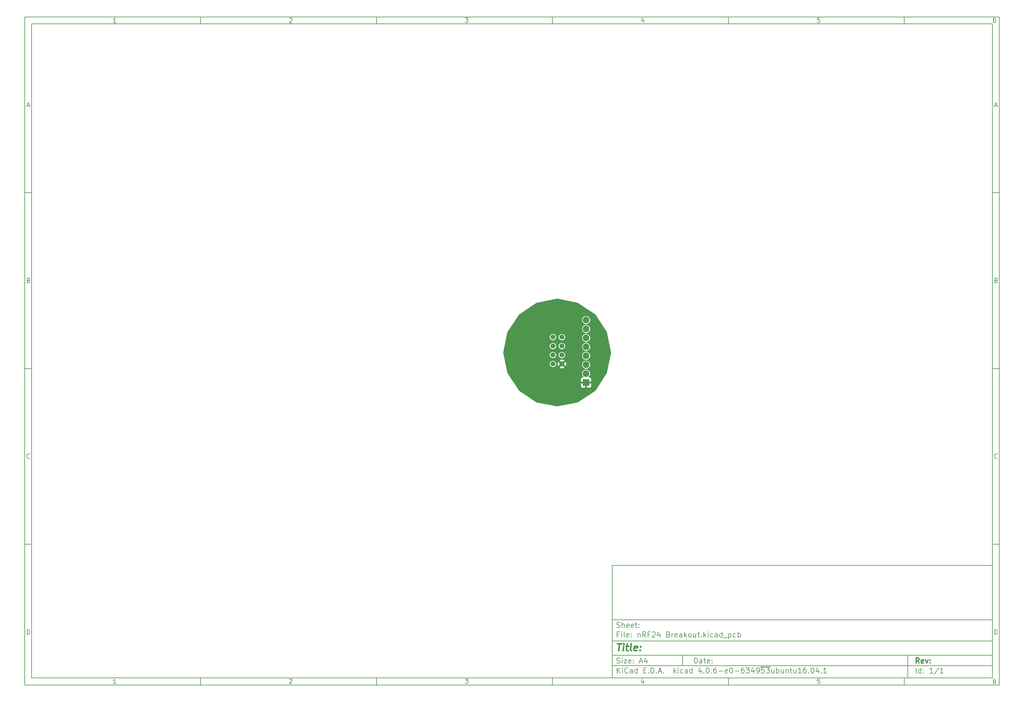
<source format=gbl>
G04 #@! TF.FileFunction,Copper,L2,Bot,Signal*
%FSLAX46Y46*%
G04 Gerber Fmt 4.6, Leading zero omitted, Abs format (unit mm)*
G04 Created by KiCad (PCBNEW 4.0.6-e0-6349~53~ubuntu16.04.1) date Wed Jun 21 09:44:30 2017*
%MOMM*%
%LPD*%
G01*
G04 APERTURE LIST*
%ADD10C,0.100000*%
%ADD11C,0.150000*%
%ADD12C,0.300000*%
%ADD13C,0.400000*%
%ADD14R,1.879600X1.879600*%
%ADD15C,1.879600*%
%ADD16C,1.408000*%
%ADD17C,0.254000*%
G04 APERTURE END LIST*
D10*
D11*
X177002200Y-166007200D02*
X177002200Y-198007200D01*
X285002200Y-198007200D01*
X285002200Y-166007200D01*
X177002200Y-166007200D01*
D10*
D11*
X10000000Y-10000000D02*
X10000000Y-200007200D01*
X287002200Y-200007200D01*
X287002200Y-10000000D01*
X10000000Y-10000000D01*
D10*
D11*
X12000000Y-12000000D02*
X12000000Y-198007200D01*
X285002200Y-198007200D01*
X285002200Y-12000000D01*
X12000000Y-12000000D01*
D10*
D11*
X60000000Y-12000000D02*
X60000000Y-10000000D01*
D10*
D11*
X110000000Y-12000000D02*
X110000000Y-10000000D01*
D10*
D11*
X160000000Y-12000000D02*
X160000000Y-10000000D01*
D10*
D11*
X210000000Y-12000000D02*
X210000000Y-10000000D01*
D10*
D11*
X260000000Y-12000000D02*
X260000000Y-10000000D01*
D10*
D11*
X35990476Y-11588095D02*
X35247619Y-11588095D01*
X35619048Y-11588095D02*
X35619048Y-10288095D01*
X35495238Y-10473810D01*
X35371429Y-10597619D01*
X35247619Y-10659524D01*
D10*
D11*
X85247619Y-10411905D02*
X85309524Y-10350000D01*
X85433333Y-10288095D01*
X85742857Y-10288095D01*
X85866667Y-10350000D01*
X85928571Y-10411905D01*
X85990476Y-10535714D01*
X85990476Y-10659524D01*
X85928571Y-10845238D01*
X85185714Y-11588095D01*
X85990476Y-11588095D01*
D10*
D11*
X135185714Y-10288095D02*
X135990476Y-10288095D01*
X135557143Y-10783333D01*
X135742857Y-10783333D01*
X135866667Y-10845238D01*
X135928571Y-10907143D01*
X135990476Y-11030952D01*
X135990476Y-11340476D01*
X135928571Y-11464286D01*
X135866667Y-11526190D01*
X135742857Y-11588095D01*
X135371429Y-11588095D01*
X135247619Y-11526190D01*
X135185714Y-11464286D01*
D10*
D11*
X185866667Y-10721429D02*
X185866667Y-11588095D01*
X185557143Y-10226190D02*
X185247619Y-11154762D01*
X186052381Y-11154762D01*
D10*
D11*
X235928571Y-10288095D02*
X235309524Y-10288095D01*
X235247619Y-10907143D01*
X235309524Y-10845238D01*
X235433333Y-10783333D01*
X235742857Y-10783333D01*
X235866667Y-10845238D01*
X235928571Y-10907143D01*
X235990476Y-11030952D01*
X235990476Y-11340476D01*
X235928571Y-11464286D01*
X235866667Y-11526190D01*
X235742857Y-11588095D01*
X235433333Y-11588095D01*
X235309524Y-11526190D01*
X235247619Y-11464286D01*
D10*
D11*
X285866667Y-10288095D02*
X285619048Y-10288095D01*
X285495238Y-10350000D01*
X285433333Y-10411905D01*
X285309524Y-10597619D01*
X285247619Y-10845238D01*
X285247619Y-11340476D01*
X285309524Y-11464286D01*
X285371429Y-11526190D01*
X285495238Y-11588095D01*
X285742857Y-11588095D01*
X285866667Y-11526190D01*
X285928571Y-11464286D01*
X285990476Y-11340476D01*
X285990476Y-11030952D01*
X285928571Y-10907143D01*
X285866667Y-10845238D01*
X285742857Y-10783333D01*
X285495238Y-10783333D01*
X285371429Y-10845238D01*
X285309524Y-10907143D01*
X285247619Y-11030952D01*
D10*
D11*
X60000000Y-198007200D02*
X60000000Y-200007200D01*
D10*
D11*
X110000000Y-198007200D02*
X110000000Y-200007200D01*
D10*
D11*
X160000000Y-198007200D02*
X160000000Y-200007200D01*
D10*
D11*
X210000000Y-198007200D02*
X210000000Y-200007200D01*
D10*
D11*
X260000000Y-198007200D02*
X260000000Y-200007200D01*
D10*
D11*
X35990476Y-199595295D02*
X35247619Y-199595295D01*
X35619048Y-199595295D02*
X35619048Y-198295295D01*
X35495238Y-198481010D01*
X35371429Y-198604819D01*
X35247619Y-198666724D01*
D10*
D11*
X85247619Y-198419105D02*
X85309524Y-198357200D01*
X85433333Y-198295295D01*
X85742857Y-198295295D01*
X85866667Y-198357200D01*
X85928571Y-198419105D01*
X85990476Y-198542914D01*
X85990476Y-198666724D01*
X85928571Y-198852438D01*
X85185714Y-199595295D01*
X85990476Y-199595295D01*
D10*
D11*
X135185714Y-198295295D02*
X135990476Y-198295295D01*
X135557143Y-198790533D01*
X135742857Y-198790533D01*
X135866667Y-198852438D01*
X135928571Y-198914343D01*
X135990476Y-199038152D01*
X135990476Y-199347676D01*
X135928571Y-199471486D01*
X135866667Y-199533390D01*
X135742857Y-199595295D01*
X135371429Y-199595295D01*
X135247619Y-199533390D01*
X135185714Y-199471486D01*
D10*
D11*
X185866667Y-198728629D02*
X185866667Y-199595295D01*
X185557143Y-198233390D02*
X185247619Y-199161962D01*
X186052381Y-199161962D01*
D10*
D11*
X235928571Y-198295295D02*
X235309524Y-198295295D01*
X235247619Y-198914343D01*
X235309524Y-198852438D01*
X235433333Y-198790533D01*
X235742857Y-198790533D01*
X235866667Y-198852438D01*
X235928571Y-198914343D01*
X235990476Y-199038152D01*
X235990476Y-199347676D01*
X235928571Y-199471486D01*
X235866667Y-199533390D01*
X235742857Y-199595295D01*
X235433333Y-199595295D01*
X235309524Y-199533390D01*
X235247619Y-199471486D01*
D10*
D11*
X285866667Y-198295295D02*
X285619048Y-198295295D01*
X285495238Y-198357200D01*
X285433333Y-198419105D01*
X285309524Y-198604819D01*
X285247619Y-198852438D01*
X285247619Y-199347676D01*
X285309524Y-199471486D01*
X285371429Y-199533390D01*
X285495238Y-199595295D01*
X285742857Y-199595295D01*
X285866667Y-199533390D01*
X285928571Y-199471486D01*
X285990476Y-199347676D01*
X285990476Y-199038152D01*
X285928571Y-198914343D01*
X285866667Y-198852438D01*
X285742857Y-198790533D01*
X285495238Y-198790533D01*
X285371429Y-198852438D01*
X285309524Y-198914343D01*
X285247619Y-199038152D01*
D10*
D11*
X10000000Y-60000000D02*
X12000000Y-60000000D01*
D10*
D11*
X10000000Y-110000000D02*
X12000000Y-110000000D01*
D10*
D11*
X10000000Y-160000000D02*
X12000000Y-160000000D01*
D10*
D11*
X10690476Y-35216667D02*
X11309524Y-35216667D01*
X10566667Y-35588095D02*
X11000000Y-34288095D01*
X11433333Y-35588095D01*
D10*
D11*
X11092857Y-84907143D02*
X11278571Y-84969048D01*
X11340476Y-85030952D01*
X11402381Y-85154762D01*
X11402381Y-85340476D01*
X11340476Y-85464286D01*
X11278571Y-85526190D01*
X11154762Y-85588095D01*
X10659524Y-85588095D01*
X10659524Y-84288095D01*
X11092857Y-84288095D01*
X11216667Y-84350000D01*
X11278571Y-84411905D01*
X11340476Y-84535714D01*
X11340476Y-84659524D01*
X11278571Y-84783333D01*
X11216667Y-84845238D01*
X11092857Y-84907143D01*
X10659524Y-84907143D01*
D10*
D11*
X11402381Y-135464286D02*
X11340476Y-135526190D01*
X11154762Y-135588095D01*
X11030952Y-135588095D01*
X10845238Y-135526190D01*
X10721429Y-135402381D01*
X10659524Y-135278571D01*
X10597619Y-135030952D01*
X10597619Y-134845238D01*
X10659524Y-134597619D01*
X10721429Y-134473810D01*
X10845238Y-134350000D01*
X11030952Y-134288095D01*
X11154762Y-134288095D01*
X11340476Y-134350000D01*
X11402381Y-134411905D01*
D10*
D11*
X10659524Y-185588095D02*
X10659524Y-184288095D01*
X10969048Y-184288095D01*
X11154762Y-184350000D01*
X11278571Y-184473810D01*
X11340476Y-184597619D01*
X11402381Y-184845238D01*
X11402381Y-185030952D01*
X11340476Y-185278571D01*
X11278571Y-185402381D01*
X11154762Y-185526190D01*
X10969048Y-185588095D01*
X10659524Y-185588095D01*
D10*
D11*
X287002200Y-60000000D02*
X285002200Y-60000000D01*
D10*
D11*
X287002200Y-110000000D02*
X285002200Y-110000000D01*
D10*
D11*
X287002200Y-160000000D02*
X285002200Y-160000000D01*
D10*
D11*
X285692676Y-35216667D02*
X286311724Y-35216667D01*
X285568867Y-35588095D02*
X286002200Y-34288095D01*
X286435533Y-35588095D01*
D10*
D11*
X286095057Y-84907143D02*
X286280771Y-84969048D01*
X286342676Y-85030952D01*
X286404581Y-85154762D01*
X286404581Y-85340476D01*
X286342676Y-85464286D01*
X286280771Y-85526190D01*
X286156962Y-85588095D01*
X285661724Y-85588095D01*
X285661724Y-84288095D01*
X286095057Y-84288095D01*
X286218867Y-84350000D01*
X286280771Y-84411905D01*
X286342676Y-84535714D01*
X286342676Y-84659524D01*
X286280771Y-84783333D01*
X286218867Y-84845238D01*
X286095057Y-84907143D01*
X285661724Y-84907143D01*
D10*
D11*
X286404581Y-135464286D02*
X286342676Y-135526190D01*
X286156962Y-135588095D01*
X286033152Y-135588095D01*
X285847438Y-135526190D01*
X285723629Y-135402381D01*
X285661724Y-135278571D01*
X285599819Y-135030952D01*
X285599819Y-134845238D01*
X285661724Y-134597619D01*
X285723629Y-134473810D01*
X285847438Y-134350000D01*
X286033152Y-134288095D01*
X286156962Y-134288095D01*
X286342676Y-134350000D01*
X286404581Y-134411905D01*
D10*
D11*
X285661724Y-185588095D02*
X285661724Y-184288095D01*
X285971248Y-184288095D01*
X286156962Y-184350000D01*
X286280771Y-184473810D01*
X286342676Y-184597619D01*
X286404581Y-184845238D01*
X286404581Y-185030952D01*
X286342676Y-185278571D01*
X286280771Y-185402381D01*
X286156962Y-185526190D01*
X285971248Y-185588095D01*
X285661724Y-185588095D01*
D10*
D11*
X200359343Y-193785771D02*
X200359343Y-192285771D01*
X200716486Y-192285771D01*
X200930771Y-192357200D01*
X201073629Y-192500057D01*
X201145057Y-192642914D01*
X201216486Y-192928629D01*
X201216486Y-193142914D01*
X201145057Y-193428629D01*
X201073629Y-193571486D01*
X200930771Y-193714343D01*
X200716486Y-193785771D01*
X200359343Y-193785771D01*
X202502200Y-193785771D02*
X202502200Y-193000057D01*
X202430771Y-192857200D01*
X202287914Y-192785771D01*
X202002200Y-192785771D01*
X201859343Y-192857200D01*
X202502200Y-193714343D02*
X202359343Y-193785771D01*
X202002200Y-193785771D01*
X201859343Y-193714343D01*
X201787914Y-193571486D01*
X201787914Y-193428629D01*
X201859343Y-193285771D01*
X202002200Y-193214343D01*
X202359343Y-193214343D01*
X202502200Y-193142914D01*
X203002200Y-192785771D02*
X203573629Y-192785771D01*
X203216486Y-192285771D02*
X203216486Y-193571486D01*
X203287914Y-193714343D01*
X203430772Y-193785771D01*
X203573629Y-193785771D01*
X204645057Y-193714343D02*
X204502200Y-193785771D01*
X204216486Y-193785771D01*
X204073629Y-193714343D01*
X204002200Y-193571486D01*
X204002200Y-193000057D01*
X204073629Y-192857200D01*
X204216486Y-192785771D01*
X204502200Y-192785771D01*
X204645057Y-192857200D01*
X204716486Y-193000057D01*
X204716486Y-193142914D01*
X204002200Y-193285771D01*
X205359343Y-193642914D02*
X205430771Y-193714343D01*
X205359343Y-193785771D01*
X205287914Y-193714343D01*
X205359343Y-193642914D01*
X205359343Y-193785771D01*
X205359343Y-192857200D02*
X205430771Y-192928629D01*
X205359343Y-193000057D01*
X205287914Y-192928629D01*
X205359343Y-192857200D01*
X205359343Y-193000057D01*
D10*
D11*
X177002200Y-194507200D02*
X285002200Y-194507200D01*
D10*
D11*
X178359343Y-196585771D02*
X178359343Y-195085771D01*
X179216486Y-196585771D02*
X178573629Y-195728629D01*
X179216486Y-195085771D02*
X178359343Y-195942914D01*
X179859343Y-196585771D02*
X179859343Y-195585771D01*
X179859343Y-195085771D02*
X179787914Y-195157200D01*
X179859343Y-195228629D01*
X179930771Y-195157200D01*
X179859343Y-195085771D01*
X179859343Y-195228629D01*
X181430772Y-196442914D02*
X181359343Y-196514343D01*
X181145057Y-196585771D01*
X181002200Y-196585771D01*
X180787915Y-196514343D01*
X180645057Y-196371486D01*
X180573629Y-196228629D01*
X180502200Y-195942914D01*
X180502200Y-195728629D01*
X180573629Y-195442914D01*
X180645057Y-195300057D01*
X180787915Y-195157200D01*
X181002200Y-195085771D01*
X181145057Y-195085771D01*
X181359343Y-195157200D01*
X181430772Y-195228629D01*
X182716486Y-196585771D02*
X182716486Y-195800057D01*
X182645057Y-195657200D01*
X182502200Y-195585771D01*
X182216486Y-195585771D01*
X182073629Y-195657200D01*
X182716486Y-196514343D02*
X182573629Y-196585771D01*
X182216486Y-196585771D01*
X182073629Y-196514343D01*
X182002200Y-196371486D01*
X182002200Y-196228629D01*
X182073629Y-196085771D01*
X182216486Y-196014343D01*
X182573629Y-196014343D01*
X182716486Y-195942914D01*
X184073629Y-196585771D02*
X184073629Y-195085771D01*
X184073629Y-196514343D02*
X183930772Y-196585771D01*
X183645058Y-196585771D01*
X183502200Y-196514343D01*
X183430772Y-196442914D01*
X183359343Y-196300057D01*
X183359343Y-195871486D01*
X183430772Y-195728629D01*
X183502200Y-195657200D01*
X183645058Y-195585771D01*
X183930772Y-195585771D01*
X184073629Y-195657200D01*
X185930772Y-195800057D02*
X186430772Y-195800057D01*
X186645058Y-196585771D02*
X185930772Y-196585771D01*
X185930772Y-195085771D01*
X186645058Y-195085771D01*
X187287915Y-196442914D02*
X187359343Y-196514343D01*
X187287915Y-196585771D01*
X187216486Y-196514343D01*
X187287915Y-196442914D01*
X187287915Y-196585771D01*
X188002201Y-196585771D02*
X188002201Y-195085771D01*
X188359344Y-195085771D01*
X188573629Y-195157200D01*
X188716487Y-195300057D01*
X188787915Y-195442914D01*
X188859344Y-195728629D01*
X188859344Y-195942914D01*
X188787915Y-196228629D01*
X188716487Y-196371486D01*
X188573629Y-196514343D01*
X188359344Y-196585771D01*
X188002201Y-196585771D01*
X189502201Y-196442914D02*
X189573629Y-196514343D01*
X189502201Y-196585771D01*
X189430772Y-196514343D01*
X189502201Y-196442914D01*
X189502201Y-196585771D01*
X190145058Y-196157200D02*
X190859344Y-196157200D01*
X190002201Y-196585771D02*
X190502201Y-195085771D01*
X191002201Y-196585771D01*
X191502201Y-196442914D02*
X191573629Y-196514343D01*
X191502201Y-196585771D01*
X191430772Y-196514343D01*
X191502201Y-196442914D01*
X191502201Y-196585771D01*
X194502201Y-196585771D02*
X194502201Y-195085771D01*
X194645058Y-196014343D02*
X195073629Y-196585771D01*
X195073629Y-195585771D02*
X194502201Y-196157200D01*
X195716487Y-196585771D02*
X195716487Y-195585771D01*
X195716487Y-195085771D02*
X195645058Y-195157200D01*
X195716487Y-195228629D01*
X195787915Y-195157200D01*
X195716487Y-195085771D01*
X195716487Y-195228629D01*
X197073630Y-196514343D02*
X196930773Y-196585771D01*
X196645059Y-196585771D01*
X196502201Y-196514343D01*
X196430773Y-196442914D01*
X196359344Y-196300057D01*
X196359344Y-195871486D01*
X196430773Y-195728629D01*
X196502201Y-195657200D01*
X196645059Y-195585771D01*
X196930773Y-195585771D01*
X197073630Y-195657200D01*
X198359344Y-196585771D02*
X198359344Y-195800057D01*
X198287915Y-195657200D01*
X198145058Y-195585771D01*
X197859344Y-195585771D01*
X197716487Y-195657200D01*
X198359344Y-196514343D02*
X198216487Y-196585771D01*
X197859344Y-196585771D01*
X197716487Y-196514343D01*
X197645058Y-196371486D01*
X197645058Y-196228629D01*
X197716487Y-196085771D01*
X197859344Y-196014343D01*
X198216487Y-196014343D01*
X198359344Y-195942914D01*
X199716487Y-196585771D02*
X199716487Y-195085771D01*
X199716487Y-196514343D02*
X199573630Y-196585771D01*
X199287916Y-196585771D01*
X199145058Y-196514343D01*
X199073630Y-196442914D01*
X199002201Y-196300057D01*
X199002201Y-195871486D01*
X199073630Y-195728629D01*
X199145058Y-195657200D01*
X199287916Y-195585771D01*
X199573630Y-195585771D01*
X199716487Y-195657200D01*
X202216487Y-195585771D02*
X202216487Y-196585771D01*
X201859344Y-195014343D02*
X201502201Y-196085771D01*
X202430773Y-196085771D01*
X203002201Y-196442914D02*
X203073629Y-196514343D01*
X203002201Y-196585771D01*
X202930772Y-196514343D01*
X203002201Y-196442914D01*
X203002201Y-196585771D01*
X204002201Y-195085771D02*
X204145058Y-195085771D01*
X204287915Y-195157200D01*
X204359344Y-195228629D01*
X204430773Y-195371486D01*
X204502201Y-195657200D01*
X204502201Y-196014343D01*
X204430773Y-196300057D01*
X204359344Y-196442914D01*
X204287915Y-196514343D01*
X204145058Y-196585771D01*
X204002201Y-196585771D01*
X203859344Y-196514343D01*
X203787915Y-196442914D01*
X203716487Y-196300057D01*
X203645058Y-196014343D01*
X203645058Y-195657200D01*
X203716487Y-195371486D01*
X203787915Y-195228629D01*
X203859344Y-195157200D01*
X204002201Y-195085771D01*
X205145058Y-196442914D02*
X205216486Y-196514343D01*
X205145058Y-196585771D01*
X205073629Y-196514343D01*
X205145058Y-196442914D01*
X205145058Y-196585771D01*
X206502201Y-195085771D02*
X206216487Y-195085771D01*
X206073630Y-195157200D01*
X206002201Y-195228629D01*
X205859344Y-195442914D01*
X205787915Y-195728629D01*
X205787915Y-196300057D01*
X205859344Y-196442914D01*
X205930772Y-196514343D01*
X206073630Y-196585771D01*
X206359344Y-196585771D01*
X206502201Y-196514343D01*
X206573630Y-196442914D01*
X206645058Y-196300057D01*
X206645058Y-195942914D01*
X206573630Y-195800057D01*
X206502201Y-195728629D01*
X206359344Y-195657200D01*
X206073630Y-195657200D01*
X205930772Y-195728629D01*
X205859344Y-195800057D01*
X205787915Y-195942914D01*
X207287915Y-196014343D02*
X208430772Y-196014343D01*
X209716486Y-196514343D02*
X209573629Y-196585771D01*
X209287915Y-196585771D01*
X209145058Y-196514343D01*
X209073629Y-196371486D01*
X209073629Y-195800057D01*
X209145058Y-195657200D01*
X209287915Y-195585771D01*
X209573629Y-195585771D01*
X209716486Y-195657200D01*
X209787915Y-195800057D01*
X209787915Y-195942914D01*
X209073629Y-196085771D01*
X210716486Y-195085771D02*
X210859343Y-195085771D01*
X211002200Y-195157200D01*
X211073629Y-195228629D01*
X211145058Y-195371486D01*
X211216486Y-195657200D01*
X211216486Y-196014343D01*
X211145058Y-196300057D01*
X211073629Y-196442914D01*
X211002200Y-196514343D01*
X210859343Y-196585771D01*
X210716486Y-196585771D01*
X210573629Y-196514343D01*
X210502200Y-196442914D01*
X210430772Y-196300057D01*
X210359343Y-196014343D01*
X210359343Y-195657200D01*
X210430772Y-195371486D01*
X210502200Y-195228629D01*
X210573629Y-195157200D01*
X210716486Y-195085771D01*
X211859343Y-196014343D02*
X213002200Y-196014343D01*
X214359343Y-195085771D02*
X214073629Y-195085771D01*
X213930772Y-195157200D01*
X213859343Y-195228629D01*
X213716486Y-195442914D01*
X213645057Y-195728629D01*
X213645057Y-196300057D01*
X213716486Y-196442914D01*
X213787914Y-196514343D01*
X213930772Y-196585771D01*
X214216486Y-196585771D01*
X214359343Y-196514343D01*
X214430772Y-196442914D01*
X214502200Y-196300057D01*
X214502200Y-195942914D01*
X214430772Y-195800057D01*
X214359343Y-195728629D01*
X214216486Y-195657200D01*
X213930772Y-195657200D01*
X213787914Y-195728629D01*
X213716486Y-195800057D01*
X213645057Y-195942914D01*
X215002200Y-195085771D02*
X215930771Y-195085771D01*
X215430771Y-195657200D01*
X215645057Y-195657200D01*
X215787914Y-195728629D01*
X215859343Y-195800057D01*
X215930771Y-195942914D01*
X215930771Y-196300057D01*
X215859343Y-196442914D01*
X215787914Y-196514343D01*
X215645057Y-196585771D01*
X215216485Y-196585771D01*
X215073628Y-196514343D01*
X215002200Y-196442914D01*
X217216485Y-195585771D02*
X217216485Y-196585771D01*
X216859342Y-195014343D02*
X216502199Y-196085771D01*
X217430771Y-196085771D01*
X218073627Y-196585771D02*
X218359342Y-196585771D01*
X218502199Y-196514343D01*
X218573627Y-196442914D01*
X218716485Y-196228629D01*
X218787913Y-195942914D01*
X218787913Y-195371486D01*
X218716485Y-195228629D01*
X218645056Y-195157200D01*
X218502199Y-195085771D01*
X218216485Y-195085771D01*
X218073627Y-195157200D01*
X218002199Y-195228629D01*
X217930770Y-195371486D01*
X217930770Y-195728629D01*
X218002199Y-195871486D01*
X218073627Y-195942914D01*
X218216485Y-196014343D01*
X218502199Y-196014343D01*
X218645056Y-195942914D01*
X218716485Y-195871486D01*
X218787913Y-195728629D01*
X220145056Y-195085771D02*
X219430770Y-195085771D01*
X219359341Y-195800057D01*
X219430770Y-195728629D01*
X219573627Y-195657200D01*
X219930770Y-195657200D01*
X220073627Y-195728629D01*
X220145056Y-195800057D01*
X220216484Y-195942914D01*
X220216484Y-196300057D01*
X220145056Y-196442914D01*
X220073627Y-196514343D01*
X219930770Y-196585771D01*
X219573627Y-196585771D01*
X219430770Y-196514343D01*
X219359341Y-196442914D01*
X220716484Y-195085771D02*
X221645055Y-195085771D01*
X221145055Y-195657200D01*
X221359341Y-195657200D01*
X221502198Y-195728629D01*
X221573627Y-195800057D01*
X221645055Y-195942914D01*
X221645055Y-196300057D01*
X221573627Y-196442914D01*
X221502198Y-196514343D01*
X221359341Y-196585771D01*
X220930769Y-196585771D01*
X220787912Y-196514343D01*
X220716484Y-196442914D01*
X219073627Y-194827200D02*
X221930769Y-194827200D01*
X222930769Y-195585771D02*
X222930769Y-196585771D01*
X222287912Y-195585771D02*
X222287912Y-196371486D01*
X222359340Y-196514343D01*
X222502198Y-196585771D01*
X222716483Y-196585771D01*
X222859340Y-196514343D01*
X222930769Y-196442914D01*
X223645055Y-196585771D02*
X223645055Y-195085771D01*
X223645055Y-195657200D02*
X223787912Y-195585771D01*
X224073626Y-195585771D01*
X224216483Y-195657200D01*
X224287912Y-195728629D01*
X224359341Y-195871486D01*
X224359341Y-196300057D01*
X224287912Y-196442914D01*
X224216483Y-196514343D01*
X224073626Y-196585771D01*
X223787912Y-196585771D01*
X223645055Y-196514343D01*
X225645055Y-195585771D02*
X225645055Y-196585771D01*
X225002198Y-195585771D02*
X225002198Y-196371486D01*
X225073626Y-196514343D01*
X225216484Y-196585771D01*
X225430769Y-196585771D01*
X225573626Y-196514343D01*
X225645055Y-196442914D01*
X226359341Y-195585771D02*
X226359341Y-196585771D01*
X226359341Y-195728629D02*
X226430769Y-195657200D01*
X226573627Y-195585771D01*
X226787912Y-195585771D01*
X226930769Y-195657200D01*
X227002198Y-195800057D01*
X227002198Y-196585771D01*
X227502198Y-195585771D02*
X228073627Y-195585771D01*
X227716484Y-195085771D02*
X227716484Y-196371486D01*
X227787912Y-196514343D01*
X227930770Y-196585771D01*
X228073627Y-196585771D01*
X229216484Y-195585771D02*
X229216484Y-196585771D01*
X228573627Y-195585771D02*
X228573627Y-196371486D01*
X228645055Y-196514343D01*
X228787913Y-196585771D01*
X229002198Y-196585771D01*
X229145055Y-196514343D01*
X229216484Y-196442914D01*
X230716484Y-196585771D02*
X229859341Y-196585771D01*
X230287913Y-196585771D02*
X230287913Y-195085771D01*
X230145056Y-195300057D01*
X230002198Y-195442914D01*
X229859341Y-195514343D01*
X232002198Y-195085771D02*
X231716484Y-195085771D01*
X231573627Y-195157200D01*
X231502198Y-195228629D01*
X231359341Y-195442914D01*
X231287912Y-195728629D01*
X231287912Y-196300057D01*
X231359341Y-196442914D01*
X231430769Y-196514343D01*
X231573627Y-196585771D01*
X231859341Y-196585771D01*
X232002198Y-196514343D01*
X232073627Y-196442914D01*
X232145055Y-196300057D01*
X232145055Y-195942914D01*
X232073627Y-195800057D01*
X232002198Y-195728629D01*
X231859341Y-195657200D01*
X231573627Y-195657200D01*
X231430769Y-195728629D01*
X231359341Y-195800057D01*
X231287912Y-195942914D01*
X232787912Y-196442914D02*
X232859340Y-196514343D01*
X232787912Y-196585771D01*
X232716483Y-196514343D01*
X232787912Y-196442914D01*
X232787912Y-196585771D01*
X233787912Y-195085771D02*
X233930769Y-195085771D01*
X234073626Y-195157200D01*
X234145055Y-195228629D01*
X234216484Y-195371486D01*
X234287912Y-195657200D01*
X234287912Y-196014343D01*
X234216484Y-196300057D01*
X234145055Y-196442914D01*
X234073626Y-196514343D01*
X233930769Y-196585771D01*
X233787912Y-196585771D01*
X233645055Y-196514343D01*
X233573626Y-196442914D01*
X233502198Y-196300057D01*
X233430769Y-196014343D01*
X233430769Y-195657200D01*
X233502198Y-195371486D01*
X233573626Y-195228629D01*
X233645055Y-195157200D01*
X233787912Y-195085771D01*
X235573626Y-195585771D02*
X235573626Y-196585771D01*
X235216483Y-195014343D02*
X234859340Y-196085771D01*
X235787912Y-196085771D01*
X236359340Y-196442914D02*
X236430768Y-196514343D01*
X236359340Y-196585771D01*
X236287911Y-196514343D01*
X236359340Y-196442914D01*
X236359340Y-196585771D01*
X237859340Y-196585771D02*
X237002197Y-196585771D01*
X237430769Y-196585771D02*
X237430769Y-195085771D01*
X237287912Y-195300057D01*
X237145054Y-195442914D01*
X237002197Y-195514343D01*
D10*
D11*
X177002200Y-191507200D02*
X285002200Y-191507200D01*
D10*
D12*
X264216486Y-193785771D02*
X263716486Y-193071486D01*
X263359343Y-193785771D02*
X263359343Y-192285771D01*
X263930771Y-192285771D01*
X264073629Y-192357200D01*
X264145057Y-192428629D01*
X264216486Y-192571486D01*
X264216486Y-192785771D01*
X264145057Y-192928629D01*
X264073629Y-193000057D01*
X263930771Y-193071486D01*
X263359343Y-193071486D01*
X265430771Y-193714343D02*
X265287914Y-193785771D01*
X265002200Y-193785771D01*
X264859343Y-193714343D01*
X264787914Y-193571486D01*
X264787914Y-193000057D01*
X264859343Y-192857200D01*
X265002200Y-192785771D01*
X265287914Y-192785771D01*
X265430771Y-192857200D01*
X265502200Y-193000057D01*
X265502200Y-193142914D01*
X264787914Y-193285771D01*
X266002200Y-192785771D02*
X266359343Y-193785771D01*
X266716485Y-192785771D01*
X267287914Y-193642914D02*
X267359342Y-193714343D01*
X267287914Y-193785771D01*
X267216485Y-193714343D01*
X267287914Y-193642914D01*
X267287914Y-193785771D01*
X267287914Y-192857200D02*
X267359342Y-192928629D01*
X267287914Y-193000057D01*
X267216485Y-192928629D01*
X267287914Y-192857200D01*
X267287914Y-193000057D01*
D10*
D11*
X178287914Y-193714343D02*
X178502200Y-193785771D01*
X178859343Y-193785771D01*
X179002200Y-193714343D01*
X179073629Y-193642914D01*
X179145057Y-193500057D01*
X179145057Y-193357200D01*
X179073629Y-193214343D01*
X179002200Y-193142914D01*
X178859343Y-193071486D01*
X178573629Y-193000057D01*
X178430771Y-192928629D01*
X178359343Y-192857200D01*
X178287914Y-192714343D01*
X178287914Y-192571486D01*
X178359343Y-192428629D01*
X178430771Y-192357200D01*
X178573629Y-192285771D01*
X178930771Y-192285771D01*
X179145057Y-192357200D01*
X179787914Y-193785771D02*
X179787914Y-192785771D01*
X179787914Y-192285771D02*
X179716485Y-192357200D01*
X179787914Y-192428629D01*
X179859342Y-192357200D01*
X179787914Y-192285771D01*
X179787914Y-192428629D01*
X180359343Y-192785771D02*
X181145057Y-192785771D01*
X180359343Y-193785771D01*
X181145057Y-193785771D01*
X182287914Y-193714343D02*
X182145057Y-193785771D01*
X181859343Y-193785771D01*
X181716486Y-193714343D01*
X181645057Y-193571486D01*
X181645057Y-193000057D01*
X181716486Y-192857200D01*
X181859343Y-192785771D01*
X182145057Y-192785771D01*
X182287914Y-192857200D01*
X182359343Y-193000057D01*
X182359343Y-193142914D01*
X181645057Y-193285771D01*
X183002200Y-193642914D02*
X183073628Y-193714343D01*
X183002200Y-193785771D01*
X182930771Y-193714343D01*
X183002200Y-193642914D01*
X183002200Y-193785771D01*
X183002200Y-192857200D02*
X183073628Y-192928629D01*
X183002200Y-193000057D01*
X182930771Y-192928629D01*
X183002200Y-192857200D01*
X183002200Y-193000057D01*
X184787914Y-193357200D02*
X185502200Y-193357200D01*
X184645057Y-193785771D02*
X185145057Y-192285771D01*
X185645057Y-193785771D01*
X186787914Y-192785771D02*
X186787914Y-193785771D01*
X186430771Y-192214343D02*
X186073628Y-193285771D01*
X187002200Y-193285771D01*
D10*
D11*
X263359343Y-196585771D02*
X263359343Y-195085771D01*
X264716486Y-196585771D02*
X264716486Y-195085771D01*
X264716486Y-196514343D02*
X264573629Y-196585771D01*
X264287915Y-196585771D01*
X264145057Y-196514343D01*
X264073629Y-196442914D01*
X264002200Y-196300057D01*
X264002200Y-195871486D01*
X264073629Y-195728629D01*
X264145057Y-195657200D01*
X264287915Y-195585771D01*
X264573629Y-195585771D01*
X264716486Y-195657200D01*
X265430772Y-196442914D02*
X265502200Y-196514343D01*
X265430772Y-196585771D01*
X265359343Y-196514343D01*
X265430772Y-196442914D01*
X265430772Y-196585771D01*
X265430772Y-195657200D02*
X265502200Y-195728629D01*
X265430772Y-195800057D01*
X265359343Y-195728629D01*
X265430772Y-195657200D01*
X265430772Y-195800057D01*
X268073629Y-196585771D02*
X267216486Y-196585771D01*
X267645058Y-196585771D02*
X267645058Y-195085771D01*
X267502201Y-195300057D01*
X267359343Y-195442914D01*
X267216486Y-195514343D01*
X269787914Y-195014343D02*
X268502200Y-196942914D01*
X271073629Y-196585771D02*
X270216486Y-196585771D01*
X270645058Y-196585771D02*
X270645058Y-195085771D01*
X270502201Y-195300057D01*
X270359343Y-195442914D01*
X270216486Y-195514343D01*
D10*
D11*
X177002200Y-187507200D02*
X285002200Y-187507200D01*
D10*
D13*
X178454581Y-188211962D02*
X179597438Y-188211962D01*
X178776010Y-190211962D02*
X179026010Y-188211962D01*
X180014105Y-190211962D02*
X180180771Y-188878629D01*
X180264105Y-188211962D02*
X180156962Y-188307200D01*
X180240295Y-188402438D01*
X180347439Y-188307200D01*
X180264105Y-188211962D01*
X180240295Y-188402438D01*
X180847438Y-188878629D02*
X181609343Y-188878629D01*
X181216486Y-188211962D02*
X181002200Y-189926248D01*
X181073630Y-190116724D01*
X181252201Y-190211962D01*
X181442677Y-190211962D01*
X182395058Y-190211962D02*
X182216487Y-190116724D01*
X182145057Y-189926248D01*
X182359343Y-188211962D01*
X183930772Y-190116724D02*
X183728391Y-190211962D01*
X183347439Y-190211962D01*
X183168867Y-190116724D01*
X183097438Y-189926248D01*
X183192676Y-189164343D01*
X183311724Y-188973867D01*
X183514105Y-188878629D01*
X183895057Y-188878629D01*
X184073629Y-188973867D01*
X184145057Y-189164343D01*
X184121248Y-189354819D01*
X183145057Y-189545295D01*
X184895057Y-190021486D02*
X184978392Y-190116724D01*
X184871248Y-190211962D01*
X184787915Y-190116724D01*
X184895057Y-190021486D01*
X184871248Y-190211962D01*
X185026010Y-188973867D02*
X185109344Y-189069105D01*
X185002200Y-189164343D01*
X184918867Y-189069105D01*
X185026010Y-188973867D01*
X185002200Y-189164343D01*
D10*
D11*
X178859343Y-185600057D02*
X178359343Y-185600057D01*
X178359343Y-186385771D02*
X178359343Y-184885771D01*
X179073629Y-184885771D01*
X179645057Y-186385771D02*
X179645057Y-185385771D01*
X179645057Y-184885771D02*
X179573628Y-184957200D01*
X179645057Y-185028629D01*
X179716485Y-184957200D01*
X179645057Y-184885771D01*
X179645057Y-185028629D01*
X180573629Y-186385771D02*
X180430771Y-186314343D01*
X180359343Y-186171486D01*
X180359343Y-184885771D01*
X181716485Y-186314343D02*
X181573628Y-186385771D01*
X181287914Y-186385771D01*
X181145057Y-186314343D01*
X181073628Y-186171486D01*
X181073628Y-185600057D01*
X181145057Y-185457200D01*
X181287914Y-185385771D01*
X181573628Y-185385771D01*
X181716485Y-185457200D01*
X181787914Y-185600057D01*
X181787914Y-185742914D01*
X181073628Y-185885771D01*
X182430771Y-186242914D02*
X182502199Y-186314343D01*
X182430771Y-186385771D01*
X182359342Y-186314343D01*
X182430771Y-186242914D01*
X182430771Y-186385771D01*
X182430771Y-185457200D02*
X182502199Y-185528629D01*
X182430771Y-185600057D01*
X182359342Y-185528629D01*
X182430771Y-185457200D01*
X182430771Y-185600057D01*
X184287914Y-185385771D02*
X184287914Y-186385771D01*
X184287914Y-185528629D02*
X184359342Y-185457200D01*
X184502200Y-185385771D01*
X184716485Y-185385771D01*
X184859342Y-185457200D01*
X184930771Y-185600057D01*
X184930771Y-186385771D01*
X186502200Y-186385771D02*
X186002200Y-185671486D01*
X185645057Y-186385771D02*
X185645057Y-184885771D01*
X186216485Y-184885771D01*
X186359343Y-184957200D01*
X186430771Y-185028629D01*
X186502200Y-185171486D01*
X186502200Y-185385771D01*
X186430771Y-185528629D01*
X186359343Y-185600057D01*
X186216485Y-185671486D01*
X185645057Y-185671486D01*
X187645057Y-185600057D02*
X187145057Y-185600057D01*
X187145057Y-186385771D02*
X187145057Y-184885771D01*
X187859343Y-184885771D01*
X188359342Y-185028629D02*
X188430771Y-184957200D01*
X188573628Y-184885771D01*
X188930771Y-184885771D01*
X189073628Y-184957200D01*
X189145057Y-185028629D01*
X189216485Y-185171486D01*
X189216485Y-185314343D01*
X189145057Y-185528629D01*
X188287914Y-186385771D01*
X189216485Y-186385771D01*
X190502199Y-185385771D02*
X190502199Y-186385771D01*
X190145056Y-184814343D02*
X189787913Y-185885771D01*
X190716485Y-185885771D01*
X192930770Y-185600057D02*
X193145056Y-185671486D01*
X193216484Y-185742914D01*
X193287913Y-185885771D01*
X193287913Y-186100057D01*
X193216484Y-186242914D01*
X193145056Y-186314343D01*
X193002198Y-186385771D01*
X192430770Y-186385771D01*
X192430770Y-184885771D01*
X192930770Y-184885771D01*
X193073627Y-184957200D01*
X193145056Y-185028629D01*
X193216484Y-185171486D01*
X193216484Y-185314343D01*
X193145056Y-185457200D01*
X193073627Y-185528629D01*
X192930770Y-185600057D01*
X192430770Y-185600057D01*
X193930770Y-186385771D02*
X193930770Y-185385771D01*
X193930770Y-185671486D02*
X194002198Y-185528629D01*
X194073627Y-185457200D01*
X194216484Y-185385771D01*
X194359341Y-185385771D01*
X195430769Y-186314343D02*
X195287912Y-186385771D01*
X195002198Y-186385771D01*
X194859341Y-186314343D01*
X194787912Y-186171486D01*
X194787912Y-185600057D01*
X194859341Y-185457200D01*
X195002198Y-185385771D01*
X195287912Y-185385771D01*
X195430769Y-185457200D01*
X195502198Y-185600057D01*
X195502198Y-185742914D01*
X194787912Y-185885771D01*
X196787912Y-186385771D02*
X196787912Y-185600057D01*
X196716483Y-185457200D01*
X196573626Y-185385771D01*
X196287912Y-185385771D01*
X196145055Y-185457200D01*
X196787912Y-186314343D02*
X196645055Y-186385771D01*
X196287912Y-186385771D01*
X196145055Y-186314343D01*
X196073626Y-186171486D01*
X196073626Y-186028629D01*
X196145055Y-185885771D01*
X196287912Y-185814343D01*
X196645055Y-185814343D01*
X196787912Y-185742914D01*
X197502198Y-186385771D02*
X197502198Y-184885771D01*
X197645055Y-185814343D02*
X198073626Y-186385771D01*
X198073626Y-185385771D02*
X197502198Y-185957200D01*
X198930770Y-186385771D02*
X198787912Y-186314343D01*
X198716484Y-186242914D01*
X198645055Y-186100057D01*
X198645055Y-185671486D01*
X198716484Y-185528629D01*
X198787912Y-185457200D01*
X198930770Y-185385771D01*
X199145055Y-185385771D01*
X199287912Y-185457200D01*
X199359341Y-185528629D01*
X199430770Y-185671486D01*
X199430770Y-186100057D01*
X199359341Y-186242914D01*
X199287912Y-186314343D01*
X199145055Y-186385771D01*
X198930770Y-186385771D01*
X200716484Y-185385771D02*
X200716484Y-186385771D01*
X200073627Y-185385771D02*
X200073627Y-186171486D01*
X200145055Y-186314343D01*
X200287913Y-186385771D01*
X200502198Y-186385771D01*
X200645055Y-186314343D01*
X200716484Y-186242914D01*
X201216484Y-185385771D02*
X201787913Y-185385771D01*
X201430770Y-184885771D02*
X201430770Y-186171486D01*
X201502198Y-186314343D01*
X201645056Y-186385771D01*
X201787913Y-186385771D01*
X202287913Y-186242914D02*
X202359341Y-186314343D01*
X202287913Y-186385771D01*
X202216484Y-186314343D01*
X202287913Y-186242914D01*
X202287913Y-186385771D01*
X203002199Y-186385771D02*
X203002199Y-184885771D01*
X203145056Y-185814343D02*
X203573627Y-186385771D01*
X203573627Y-185385771D02*
X203002199Y-185957200D01*
X204216485Y-186385771D02*
X204216485Y-185385771D01*
X204216485Y-184885771D02*
X204145056Y-184957200D01*
X204216485Y-185028629D01*
X204287913Y-184957200D01*
X204216485Y-184885771D01*
X204216485Y-185028629D01*
X205573628Y-186314343D02*
X205430771Y-186385771D01*
X205145057Y-186385771D01*
X205002199Y-186314343D01*
X204930771Y-186242914D01*
X204859342Y-186100057D01*
X204859342Y-185671486D01*
X204930771Y-185528629D01*
X205002199Y-185457200D01*
X205145057Y-185385771D01*
X205430771Y-185385771D01*
X205573628Y-185457200D01*
X206859342Y-186385771D02*
X206859342Y-185600057D01*
X206787913Y-185457200D01*
X206645056Y-185385771D01*
X206359342Y-185385771D01*
X206216485Y-185457200D01*
X206859342Y-186314343D02*
X206716485Y-186385771D01*
X206359342Y-186385771D01*
X206216485Y-186314343D01*
X206145056Y-186171486D01*
X206145056Y-186028629D01*
X206216485Y-185885771D01*
X206359342Y-185814343D01*
X206716485Y-185814343D01*
X206859342Y-185742914D01*
X208216485Y-186385771D02*
X208216485Y-184885771D01*
X208216485Y-186314343D02*
X208073628Y-186385771D01*
X207787914Y-186385771D01*
X207645056Y-186314343D01*
X207573628Y-186242914D01*
X207502199Y-186100057D01*
X207502199Y-185671486D01*
X207573628Y-185528629D01*
X207645056Y-185457200D01*
X207787914Y-185385771D01*
X208073628Y-185385771D01*
X208216485Y-185457200D01*
X208573628Y-186528629D02*
X209716485Y-186528629D01*
X210073628Y-185385771D02*
X210073628Y-186885771D01*
X210073628Y-185457200D02*
X210216485Y-185385771D01*
X210502199Y-185385771D01*
X210645056Y-185457200D01*
X210716485Y-185528629D01*
X210787914Y-185671486D01*
X210787914Y-186100057D01*
X210716485Y-186242914D01*
X210645056Y-186314343D01*
X210502199Y-186385771D01*
X210216485Y-186385771D01*
X210073628Y-186314343D01*
X212073628Y-186314343D02*
X211930771Y-186385771D01*
X211645057Y-186385771D01*
X211502199Y-186314343D01*
X211430771Y-186242914D01*
X211359342Y-186100057D01*
X211359342Y-185671486D01*
X211430771Y-185528629D01*
X211502199Y-185457200D01*
X211645057Y-185385771D01*
X211930771Y-185385771D01*
X212073628Y-185457200D01*
X212716485Y-186385771D02*
X212716485Y-184885771D01*
X212716485Y-185457200D02*
X212859342Y-185385771D01*
X213145056Y-185385771D01*
X213287913Y-185457200D01*
X213359342Y-185528629D01*
X213430771Y-185671486D01*
X213430771Y-186100057D01*
X213359342Y-186242914D01*
X213287913Y-186314343D01*
X213145056Y-186385771D01*
X212859342Y-186385771D01*
X212716485Y-186314343D01*
D10*
D11*
X177002200Y-181507200D02*
X285002200Y-181507200D01*
D10*
D11*
X178287914Y-183614343D02*
X178502200Y-183685771D01*
X178859343Y-183685771D01*
X179002200Y-183614343D01*
X179073629Y-183542914D01*
X179145057Y-183400057D01*
X179145057Y-183257200D01*
X179073629Y-183114343D01*
X179002200Y-183042914D01*
X178859343Y-182971486D01*
X178573629Y-182900057D01*
X178430771Y-182828629D01*
X178359343Y-182757200D01*
X178287914Y-182614343D01*
X178287914Y-182471486D01*
X178359343Y-182328629D01*
X178430771Y-182257200D01*
X178573629Y-182185771D01*
X178930771Y-182185771D01*
X179145057Y-182257200D01*
X179787914Y-183685771D02*
X179787914Y-182185771D01*
X180430771Y-183685771D02*
X180430771Y-182900057D01*
X180359342Y-182757200D01*
X180216485Y-182685771D01*
X180002200Y-182685771D01*
X179859342Y-182757200D01*
X179787914Y-182828629D01*
X181716485Y-183614343D02*
X181573628Y-183685771D01*
X181287914Y-183685771D01*
X181145057Y-183614343D01*
X181073628Y-183471486D01*
X181073628Y-182900057D01*
X181145057Y-182757200D01*
X181287914Y-182685771D01*
X181573628Y-182685771D01*
X181716485Y-182757200D01*
X181787914Y-182900057D01*
X181787914Y-183042914D01*
X181073628Y-183185771D01*
X183002199Y-183614343D02*
X182859342Y-183685771D01*
X182573628Y-183685771D01*
X182430771Y-183614343D01*
X182359342Y-183471486D01*
X182359342Y-182900057D01*
X182430771Y-182757200D01*
X182573628Y-182685771D01*
X182859342Y-182685771D01*
X183002199Y-182757200D01*
X183073628Y-182900057D01*
X183073628Y-183042914D01*
X182359342Y-183185771D01*
X183502199Y-182685771D02*
X184073628Y-182685771D01*
X183716485Y-182185771D02*
X183716485Y-183471486D01*
X183787913Y-183614343D01*
X183930771Y-183685771D01*
X184073628Y-183685771D01*
X184573628Y-183542914D02*
X184645056Y-183614343D01*
X184573628Y-183685771D01*
X184502199Y-183614343D01*
X184573628Y-183542914D01*
X184573628Y-183685771D01*
X184573628Y-182757200D02*
X184645056Y-182828629D01*
X184573628Y-182900057D01*
X184502199Y-182828629D01*
X184573628Y-182757200D01*
X184573628Y-182900057D01*
D10*
D11*
X197002200Y-191507200D02*
X197002200Y-194507200D01*
D10*
D11*
X261002200Y-191507200D02*
X261002200Y-198007200D01*
D14*
X169510000Y-113970000D03*
D15*
X169510000Y-111430000D03*
X169510000Y-108890000D03*
X169510000Y-106350000D03*
X169510000Y-103810000D03*
X169510000Y-101270000D03*
X169510000Y-98730000D03*
X169510000Y-96190000D03*
D16*
X162641359Y-108649301D03*
X160101359Y-108649301D03*
X162641359Y-106109301D03*
X160101359Y-106109301D03*
X162641359Y-103569301D03*
X160101359Y-103569301D03*
X162641359Y-101029301D03*
X160101359Y-101029301D03*
D17*
G36*
X167106913Y-91366730D02*
X172038254Y-94661746D01*
X175333270Y-99593087D01*
X176490326Y-105410000D01*
X175333270Y-111226913D01*
X172038254Y-116158254D01*
X167106913Y-119453270D01*
X161290000Y-120610326D01*
X155473087Y-119453270D01*
X150541746Y-116158254D01*
X149270534Y-114255750D01*
X167935200Y-114255750D01*
X167935200Y-115036109D01*
X168031873Y-115269498D01*
X168210501Y-115448127D01*
X168443890Y-115544800D01*
X169224250Y-115544800D01*
X169383000Y-115386050D01*
X169383000Y-114097000D01*
X169637000Y-114097000D01*
X169637000Y-115386050D01*
X169795750Y-115544800D01*
X170576110Y-115544800D01*
X170809499Y-115448127D01*
X170988127Y-115269498D01*
X171084800Y-115036109D01*
X171084800Y-114255750D01*
X170926050Y-114097000D01*
X169637000Y-114097000D01*
X169383000Y-114097000D01*
X168093950Y-114097000D01*
X167935200Y-114255750D01*
X149270534Y-114255750D01*
X148367251Y-112903891D01*
X167935200Y-112903891D01*
X167935200Y-113684250D01*
X168093950Y-113843000D01*
X169383000Y-113843000D01*
X169383000Y-113823000D01*
X169637000Y-113823000D01*
X169637000Y-113843000D01*
X170926050Y-113843000D01*
X171084800Y-113684250D01*
X171084800Y-112903891D01*
X170988127Y-112670502D01*
X170809499Y-112491873D01*
X170576110Y-112395200D01*
X170336205Y-112395200D01*
X170583314Y-112148521D01*
X170776580Y-111683088D01*
X170777019Y-111179123D01*
X170584567Y-110713353D01*
X170228521Y-110356686D01*
X169763088Y-110163420D01*
X169259123Y-110162981D01*
X168793353Y-110355433D01*
X168436686Y-110711479D01*
X168243420Y-111176912D01*
X168242981Y-111680877D01*
X168435433Y-112146647D01*
X168683553Y-112395200D01*
X168443890Y-112395200D01*
X168210501Y-112491873D01*
X168031873Y-112670502D01*
X167935200Y-112903891D01*
X148367251Y-112903891D01*
X147246730Y-111226913D01*
X146774625Y-108853480D01*
X159070181Y-108853480D01*
X159226810Y-109232552D01*
X159516582Y-109522830D01*
X159895381Y-109680121D01*
X160305538Y-109680479D01*
X160530622Y-109587476D01*
X161882789Y-109587476D01*
X161945120Y-109823657D01*
X162447525Y-110000703D01*
X162979438Y-109972011D01*
X163337598Y-109823657D01*
X163399929Y-109587476D01*
X162641359Y-108828906D01*
X161882789Y-109587476D01*
X160530622Y-109587476D01*
X160684610Y-109523850D01*
X160974888Y-109234078D01*
X161132179Y-108855279D01*
X161132527Y-108455467D01*
X161289957Y-108455467D01*
X161318649Y-108987380D01*
X161467003Y-109345540D01*
X161703184Y-109407871D01*
X162461754Y-108649301D01*
X162820964Y-108649301D01*
X163579534Y-109407871D01*
X163815715Y-109345540D01*
X163887837Y-109140877D01*
X168242981Y-109140877D01*
X168435433Y-109606647D01*
X168791479Y-109963314D01*
X169256912Y-110156580D01*
X169760877Y-110157019D01*
X170226647Y-109964567D01*
X170583314Y-109608521D01*
X170776580Y-109143088D01*
X170777019Y-108639123D01*
X170584567Y-108173353D01*
X170228521Y-107816686D01*
X169763088Y-107623420D01*
X169259123Y-107622981D01*
X168793353Y-107815433D01*
X168436686Y-108171479D01*
X168243420Y-108636912D01*
X168242981Y-109140877D01*
X163887837Y-109140877D01*
X163992761Y-108843135D01*
X163964069Y-108311222D01*
X163815715Y-107953062D01*
X163579534Y-107890731D01*
X162820964Y-108649301D01*
X162461754Y-108649301D01*
X161703184Y-107890731D01*
X161467003Y-107953062D01*
X161289957Y-108455467D01*
X161132527Y-108455467D01*
X161132537Y-108445122D01*
X160975908Y-108066050D01*
X160686136Y-107775772D01*
X160530452Y-107711126D01*
X161882789Y-107711126D01*
X162641359Y-108469696D01*
X163399929Y-107711126D01*
X163337598Y-107474945D01*
X162835193Y-107297899D01*
X162303280Y-107326591D01*
X161945120Y-107474945D01*
X161882789Y-107711126D01*
X160530452Y-107711126D01*
X160307337Y-107618481D01*
X159897180Y-107618123D01*
X159518108Y-107774752D01*
X159227830Y-108064524D01*
X159070539Y-108443323D01*
X159070181Y-108853480D01*
X146774625Y-108853480D01*
X146269388Y-106313480D01*
X159070181Y-106313480D01*
X159226810Y-106692552D01*
X159516582Y-106982830D01*
X159895381Y-107140121D01*
X160305538Y-107140479D01*
X160684610Y-106983850D01*
X160974888Y-106694078D01*
X161132179Y-106315279D01*
X161132180Y-106313480D01*
X161610181Y-106313480D01*
X161766810Y-106692552D01*
X162056582Y-106982830D01*
X162435381Y-107140121D01*
X162845538Y-107140479D01*
X163224610Y-106983850D01*
X163514888Y-106694078D01*
X163553588Y-106600877D01*
X168242981Y-106600877D01*
X168435433Y-107066647D01*
X168791479Y-107423314D01*
X169256912Y-107616580D01*
X169760877Y-107617019D01*
X170226647Y-107424567D01*
X170583314Y-107068521D01*
X170776580Y-106603088D01*
X170777019Y-106099123D01*
X170584567Y-105633353D01*
X170228521Y-105276686D01*
X169763088Y-105083420D01*
X169259123Y-105082981D01*
X168793353Y-105275433D01*
X168436686Y-105631479D01*
X168243420Y-106096912D01*
X168242981Y-106600877D01*
X163553588Y-106600877D01*
X163672179Y-106315279D01*
X163672537Y-105905122D01*
X163515908Y-105526050D01*
X163226136Y-105235772D01*
X162847337Y-105078481D01*
X162437180Y-105078123D01*
X162058108Y-105234752D01*
X161767830Y-105524524D01*
X161610539Y-105903323D01*
X161610181Y-106313480D01*
X161132180Y-106313480D01*
X161132537Y-105905122D01*
X160975908Y-105526050D01*
X160686136Y-105235772D01*
X160307337Y-105078481D01*
X159897180Y-105078123D01*
X159518108Y-105234752D01*
X159227830Y-105524524D01*
X159070539Y-105903323D01*
X159070181Y-106313480D01*
X146269388Y-106313480D01*
X146089674Y-105410000D01*
X146415198Y-103773480D01*
X159070181Y-103773480D01*
X159226810Y-104152552D01*
X159516582Y-104442830D01*
X159895381Y-104600121D01*
X160305538Y-104600479D01*
X160684610Y-104443850D01*
X160974888Y-104154078D01*
X161132179Y-103775279D01*
X161132180Y-103773480D01*
X161610181Y-103773480D01*
X161766810Y-104152552D01*
X162056582Y-104442830D01*
X162435381Y-104600121D01*
X162845538Y-104600479D01*
X163224610Y-104443850D01*
X163514888Y-104154078D01*
X163553588Y-104060877D01*
X168242981Y-104060877D01*
X168435433Y-104526647D01*
X168791479Y-104883314D01*
X169256912Y-105076580D01*
X169760877Y-105077019D01*
X170226647Y-104884567D01*
X170583314Y-104528521D01*
X170776580Y-104063088D01*
X170777019Y-103559123D01*
X170584567Y-103093353D01*
X170228521Y-102736686D01*
X169763088Y-102543420D01*
X169259123Y-102542981D01*
X168793353Y-102735433D01*
X168436686Y-103091479D01*
X168243420Y-103556912D01*
X168242981Y-104060877D01*
X163553588Y-104060877D01*
X163672179Y-103775279D01*
X163672537Y-103365122D01*
X163515908Y-102986050D01*
X163226136Y-102695772D01*
X162847337Y-102538481D01*
X162437180Y-102538123D01*
X162058108Y-102694752D01*
X161767830Y-102984524D01*
X161610539Y-103363323D01*
X161610181Y-103773480D01*
X161132180Y-103773480D01*
X161132537Y-103365122D01*
X160975908Y-102986050D01*
X160686136Y-102695772D01*
X160307337Y-102538481D01*
X159897180Y-102538123D01*
X159518108Y-102694752D01*
X159227830Y-102984524D01*
X159070539Y-103363323D01*
X159070181Y-103773480D01*
X146415198Y-103773480D01*
X146920435Y-101233480D01*
X159070181Y-101233480D01*
X159226810Y-101612552D01*
X159516582Y-101902830D01*
X159895381Y-102060121D01*
X160305538Y-102060479D01*
X160684610Y-101903850D01*
X160974888Y-101614078D01*
X161132179Y-101235279D01*
X161132180Y-101233480D01*
X161610181Y-101233480D01*
X161766810Y-101612552D01*
X162056582Y-101902830D01*
X162435381Y-102060121D01*
X162845538Y-102060479D01*
X163224610Y-101903850D01*
X163514888Y-101614078D01*
X163553588Y-101520877D01*
X168242981Y-101520877D01*
X168435433Y-101986647D01*
X168791479Y-102343314D01*
X169256912Y-102536580D01*
X169760877Y-102537019D01*
X170226647Y-102344567D01*
X170583314Y-101988521D01*
X170776580Y-101523088D01*
X170777019Y-101019123D01*
X170584567Y-100553353D01*
X170228521Y-100196686D01*
X169763088Y-100003420D01*
X169259123Y-100002981D01*
X168793353Y-100195433D01*
X168436686Y-100551479D01*
X168243420Y-101016912D01*
X168242981Y-101520877D01*
X163553588Y-101520877D01*
X163672179Y-101235279D01*
X163672537Y-100825122D01*
X163515908Y-100446050D01*
X163226136Y-100155772D01*
X162847337Y-99998481D01*
X162437180Y-99998123D01*
X162058108Y-100154752D01*
X161767830Y-100444524D01*
X161610539Y-100823323D01*
X161610181Y-101233480D01*
X161132180Y-101233480D01*
X161132537Y-100825122D01*
X160975908Y-100446050D01*
X160686136Y-100155772D01*
X160307337Y-99998481D01*
X159897180Y-99998123D01*
X159518108Y-100154752D01*
X159227830Y-100444524D01*
X159070539Y-100823323D01*
X159070181Y-101233480D01*
X146920435Y-101233480D01*
X147246730Y-99593087D01*
X147655795Y-98980877D01*
X168242981Y-98980877D01*
X168435433Y-99446647D01*
X168791479Y-99803314D01*
X169256912Y-99996580D01*
X169760877Y-99997019D01*
X170226647Y-99804567D01*
X170583314Y-99448521D01*
X170776580Y-98983088D01*
X170777019Y-98479123D01*
X170584567Y-98013353D01*
X170228521Y-97656686D01*
X169763088Y-97463420D01*
X169259123Y-97462981D01*
X168793353Y-97655433D01*
X168436686Y-98011479D01*
X168243420Y-98476912D01*
X168242981Y-98980877D01*
X147655795Y-98980877D01*
X149352968Y-96440877D01*
X168242981Y-96440877D01*
X168435433Y-96906647D01*
X168791479Y-97263314D01*
X169256912Y-97456580D01*
X169760877Y-97457019D01*
X170226647Y-97264567D01*
X170583314Y-96908521D01*
X170776580Y-96443088D01*
X170777019Y-95939123D01*
X170584567Y-95473353D01*
X170228521Y-95116686D01*
X169763088Y-94923420D01*
X169259123Y-94922981D01*
X168793353Y-95115433D01*
X168436686Y-95471479D01*
X168243420Y-95936912D01*
X168242981Y-96440877D01*
X149352968Y-96440877D01*
X150541746Y-94661746D01*
X155473087Y-91366730D01*
X161290000Y-90209674D01*
X167106913Y-91366730D01*
X167106913Y-91366730D01*
G37*
X167106913Y-91366730D02*
X172038254Y-94661746D01*
X175333270Y-99593087D01*
X176490326Y-105410000D01*
X175333270Y-111226913D01*
X172038254Y-116158254D01*
X167106913Y-119453270D01*
X161290000Y-120610326D01*
X155473087Y-119453270D01*
X150541746Y-116158254D01*
X149270534Y-114255750D01*
X167935200Y-114255750D01*
X167935200Y-115036109D01*
X168031873Y-115269498D01*
X168210501Y-115448127D01*
X168443890Y-115544800D01*
X169224250Y-115544800D01*
X169383000Y-115386050D01*
X169383000Y-114097000D01*
X169637000Y-114097000D01*
X169637000Y-115386050D01*
X169795750Y-115544800D01*
X170576110Y-115544800D01*
X170809499Y-115448127D01*
X170988127Y-115269498D01*
X171084800Y-115036109D01*
X171084800Y-114255750D01*
X170926050Y-114097000D01*
X169637000Y-114097000D01*
X169383000Y-114097000D01*
X168093950Y-114097000D01*
X167935200Y-114255750D01*
X149270534Y-114255750D01*
X148367251Y-112903891D01*
X167935200Y-112903891D01*
X167935200Y-113684250D01*
X168093950Y-113843000D01*
X169383000Y-113843000D01*
X169383000Y-113823000D01*
X169637000Y-113823000D01*
X169637000Y-113843000D01*
X170926050Y-113843000D01*
X171084800Y-113684250D01*
X171084800Y-112903891D01*
X170988127Y-112670502D01*
X170809499Y-112491873D01*
X170576110Y-112395200D01*
X170336205Y-112395200D01*
X170583314Y-112148521D01*
X170776580Y-111683088D01*
X170777019Y-111179123D01*
X170584567Y-110713353D01*
X170228521Y-110356686D01*
X169763088Y-110163420D01*
X169259123Y-110162981D01*
X168793353Y-110355433D01*
X168436686Y-110711479D01*
X168243420Y-111176912D01*
X168242981Y-111680877D01*
X168435433Y-112146647D01*
X168683553Y-112395200D01*
X168443890Y-112395200D01*
X168210501Y-112491873D01*
X168031873Y-112670502D01*
X167935200Y-112903891D01*
X148367251Y-112903891D01*
X147246730Y-111226913D01*
X146774625Y-108853480D01*
X159070181Y-108853480D01*
X159226810Y-109232552D01*
X159516582Y-109522830D01*
X159895381Y-109680121D01*
X160305538Y-109680479D01*
X160530622Y-109587476D01*
X161882789Y-109587476D01*
X161945120Y-109823657D01*
X162447525Y-110000703D01*
X162979438Y-109972011D01*
X163337598Y-109823657D01*
X163399929Y-109587476D01*
X162641359Y-108828906D01*
X161882789Y-109587476D01*
X160530622Y-109587476D01*
X160684610Y-109523850D01*
X160974888Y-109234078D01*
X161132179Y-108855279D01*
X161132527Y-108455467D01*
X161289957Y-108455467D01*
X161318649Y-108987380D01*
X161467003Y-109345540D01*
X161703184Y-109407871D01*
X162461754Y-108649301D01*
X162820964Y-108649301D01*
X163579534Y-109407871D01*
X163815715Y-109345540D01*
X163887837Y-109140877D01*
X168242981Y-109140877D01*
X168435433Y-109606647D01*
X168791479Y-109963314D01*
X169256912Y-110156580D01*
X169760877Y-110157019D01*
X170226647Y-109964567D01*
X170583314Y-109608521D01*
X170776580Y-109143088D01*
X170777019Y-108639123D01*
X170584567Y-108173353D01*
X170228521Y-107816686D01*
X169763088Y-107623420D01*
X169259123Y-107622981D01*
X168793353Y-107815433D01*
X168436686Y-108171479D01*
X168243420Y-108636912D01*
X168242981Y-109140877D01*
X163887837Y-109140877D01*
X163992761Y-108843135D01*
X163964069Y-108311222D01*
X163815715Y-107953062D01*
X163579534Y-107890731D01*
X162820964Y-108649301D01*
X162461754Y-108649301D01*
X161703184Y-107890731D01*
X161467003Y-107953062D01*
X161289957Y-108455467D01*
X161132527Y-108455467D01*
X161132537Y-108445122D01*
X160975908Y-108066050D01*
X160686136Y-107775772D01*
X160530452Y-107711126D01*
X161882789Y-107711126D01*
X162641359Y-108469696D01*
X163399929Y-107711126D01*
X163337598Y-107474945D01*
X162835193Y-107297899D01*
X162303280Y-107326591D01*
X161945120Y-107474945D01*
X161882789Y-107711126D01*
X160530452Y-107711126D01*
X160307337Y-107618481D01*
X159897180Y-107618123D01*
X159518108Y-107774752D01*
X159227830Y-108064524D01*
X159070539Y-108443323D01*
X159070181Y-108853480D01*
X146774625Y-108853480D01*
X146269388Y-106313480D01*
X159070181Y-106313480D01*
X159226810Y-106692552D01*
X159516582Y-106982830D01*
X159895381Y-107140121D01*
X160305538Y-107140479D01*
X160684610Y-106983850D01*
X160974888Y-106694078D01*
X161132179Y-106315279D01*
X161132180Y-106313480D01*
X161610181Y-106313480D01*
X161766810Y-106692552D01*
X162056582Y-106982830D01*
X162435381Y-107140121D01*
X162845538Y-107140479D01*
X163224610Y-106983850D01*
X163514888Y-106694078D01*
X163553588Y-106600877D01*
X168242981Y-106600877D01*
X168435433Y-107066647D01*
X168791479Y-107423314D01*
X169256912Y-107616580D01*
X169760877Y-107617019D01*
X170226647Y-107424567D01*
X170583314Y-107068521D01*
X170776580Y-106603088D01*
X170777019Y-106099123D01*
X170584567Y-105633353D01*
X170228521Y-105276686D01*
X169763088Y-105083420D01*
X169259123Y-105082981D01*
X168793353Y-105275433D01*
X168436686Y-105631479D01*
X168243420Y-106096912D01*
X168242981Y-106600877D01*
X163553588Y-106600877D01*
X163672179Y-106315279D01*
X163672537Y-105905122D01*
X163515908Y-105526050D01*
X163226136Y-105235772D01*
X162847337Y-105078481D01*
X162437180Y-105078123D01*
X162058108Y-105234752D01*
X161767830Y-105524524D01*
X161610539Y-105903323D01*
X161610181Y-106313480D01*
X161132180Y-106313480D01*
X161132537Y-105905122D01*
X160975908Y-105526050D01*
X160686136Y-105235772D01*
X160307337Y-105078481D01*
X159897180Y-105078123D01*
X159518108Y-105234752D01*
X159227830Y-105524524D01*
X159070539Y-105903323D01*
X159070181Y-106313480D01*
X146269388Y-106313480D01*
X146089674Y-105410000D01*
X146415198Y-103773480D01*
X159070181Y-103773480D01*
X159226810Y-104152552D01*
X159516582Y-104442830D01*
X159895381Y-104600121D01*
X160305538Y-104600479D01*
X160684610Y-104443850D01*
X160974888Y-104154078D01*
X161132179Y-103775279D01*
X161132180Y-103773480D01*
X161610181Y-103773480D01*
X161766810Y-104152552D01*
X162056582Y-104442830D01*
X162435381Y-104600121D01*
X162845538Y-104600479D01*
X163224610Y-104443850D01*
X163514888Y-104154078D01*
X163553588Y-104060877D01*
X168242981Y-104060877D01*
X168435433Y-104526647D01*
X168791479Y-104883314D01*
X169256912Y-105076580D01*
X169760877Y-105077019D01*
X170226647Y-104884567D01*
X170583314Y-104528521D01*
X170776580Y-104063088D01*
X170777019Y-103559123D01*
X170584567Y-103093353D01*
X170228521Y-102736686D01*
X169763088Y-102543420D01*
X169259123Y-102542981D01*
X168793353Y-102735433D01*
X168436686Y-103091479D01*
X168243420Y-103556912D01*
X168242981Y-104060877D01*
X163553588Y-104060877D01*
X163672179Y-103775279D01*
X163672537Y-103365122D01*
X163515908Y-102986050D01*
X163226136Y-102695772D01*
X162847337Y-102538481D01*
X162437180Y-102538123D01*
X162058108Y-102694752D01*
X161767830Y-102984524D01*
X161610539Y-103363323D01*
X161610181Y-103773480D01*
X161132180Y-103773480D01*
X161132537Y-103365122D01*
X160975908Y-102986050D01*
X160686136Y-102695772D01*
X160307337Y-102538481D01*
X159897180Y-102538123D01*
X159518108Y-102694752D01*
X159227830Y-102984524D01*
X159070539Y-103363323D01*
X159070181Y-103773480D01*
X146415198Y-103773480D01*
X146920435Y-101233480D01*
X159070181Y-101233480D01*
X159226810Y-101612552D01*
X159516582Y-101902830D01*
X159895381Y-102060121D01*
X160305538Y-102060479D01*
X160684610Y-101903850D01*
X160974888Y-101614078D01*
X161132179Y-101235279D01*
X161132180Y-101233480D01*
X161610181Y-101233480D01*
X161766810Y-101612552D01*
X162056582Y-101902830D01*
X162435381Y-102060121D01*
X162845538Y-102060479D01*
X163224610Y-101903850D01*
X163514888Y-101614078D01*
X163553588Y-101520877D01*
X168242981Y-101520877D01*
X168435433Y-101986647D01*
X168791479Y-102343314D01*
X169256912Y-102536580D01*
X169760877Y-102537019D01*
X170226647Y-102344567D01*
X170583314Y-101988521D01*
X170776580Y-101523088D01*
X170777019Y-101019123D01*
X170584567Y-100553353D01*
X170228521Y-100196686D01*
X169763088Y-100003420D01*
X169259123Y-100002981D01*
X168793353Y-100195433D01*
X168436686Y-100551479D01*
X168243420Y-101016912D01*
X168242981Y-101520877D01*
X163553588Y-101520877D01*
X163672179Y-101235279D01*
X163672537Y-100825122D01*
X163515908Y-100446050D01*
X163226136Y-100155772D01*
X162847337Y-99998481D01*
X162437180Y-99998123D01*
X162058108Y-100154752D01*
X161767830Y-100444524D01*
X161610539Y-100823323D01*
X161610181Y-101233480D01*
X161132180Y-101233480D01*
X161132537Y-100825122D01*
X160975908Y-100446050D01*
X160686136Y-100155772D01*
X160307337Y-99998481D01*
X159897180Y-99998123D01*
X159518108Y-100154752D01*
X159227830Y-100444524D01*
X159070539Y-100823323D01*
X159070181Y-101233480D01*
X146920435Y-101233480D01*
X147246730Y-99593087D01*
X147655795Y-98980877D01*
X168242981Y-98980877D01*
X168435433Y-99446647D01*
X168791479Y-99803314D01*
X169256912Y-99996580D01*
X169760877Y-99997019D01*
X170226647Y-99804567D01*
X170583314Y-99448521D01*
X170776580Y-98983088D01*
X170777019Y-98479123D01*
X170584567Y-98013353D01*
X170228521Y-97656686D01*
X169763088Y-97463420D01*
X169259123Y-97462981D01*
X168793353Y-97655433D01*
X168436686Y-98011479D01*
X168243420Y-98476912D01*
X168242981Y-98980877D01*
X147655795Y-98980877D01*
X149352968Y-96440877D01*
X168242981Y-96440877D01*
X168435433Y-96906647D01*
X168791479Y-97263314D01*
X169256912Y-97456580D01*
X169760877Y-97457019D01*
X170226647Y-97264567D01*
X170583314Y-96908521D01*
X170776580Y-96443088D01*
X170777019Y-95939123D01*
X170584567Y-95473353D01*
X170228521Y-95116686D01*
X169763088Y-94923420D01*
X169259123Y-94922981D01*
X168793353Y-95115433D01*
X168436686Y-95471479D01*
X168243420Y-95936912D01*
X168242981Y-96440877D01*
X149352968Y-96440877D01*
X150541746Y-94661746D01*
X155473087Y-91366730D01*
X161290000Y-90209674D01*
X167106913Y-91366730D01*
M02*

</source>
